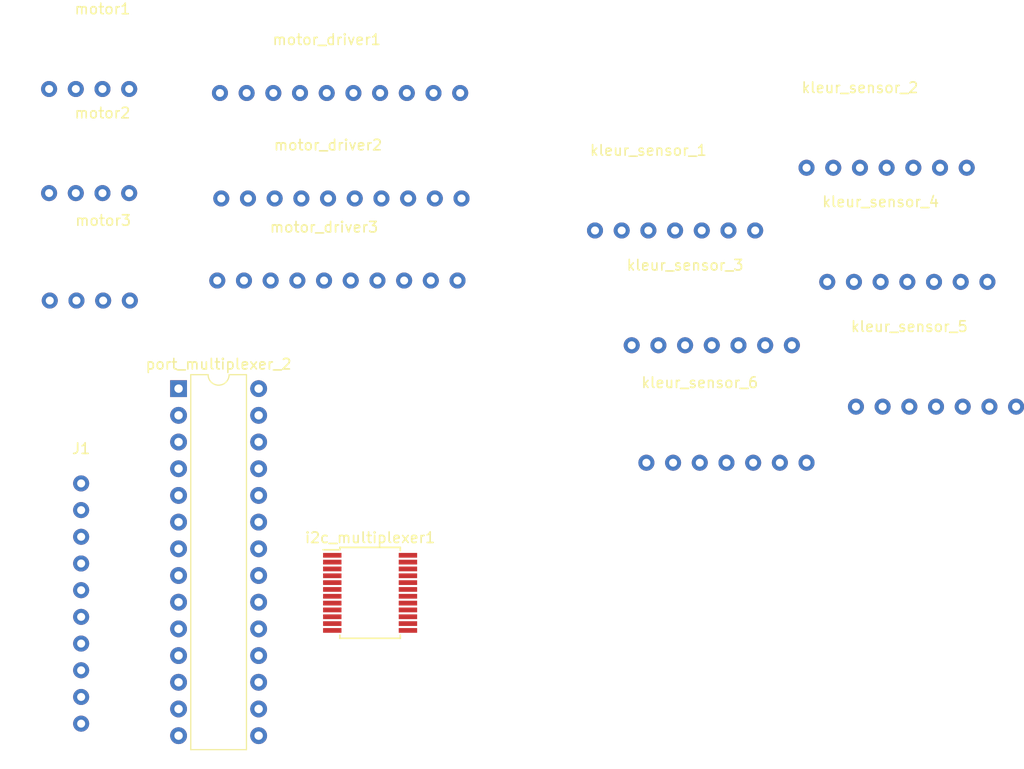
<source format=kicad_pcb>
(kicad_pcb (version 20171130) (host pcbnew 5.1.9+dfsg1-1+deb11u1)

  (general
    (thickness 1.6)
    (drawings 0)
    (tracks 0)
    (zones 0)
    (modules 15)
    (nets 64)
  )

  (page A4)
  (layers
    (0 F.Cu signal)
    (31 B.Cu signal)
    (32 B.Adhes user)
    (33 F.Adhes user)
    (34 B.Paste user)
    (35 F.Paste user)
    (36 B.SilkS user)
    (37 F.SilkS user)
    (38 B.Mask user)
    (39 F.Mask user)
    (40 Dwgs.User user)
    (41 Cmts.User user)
    (42 Eco1.User user)
    (43 Eco2.User user)
    (44 Edge.Cuts user)
    (45 Margin user)
    (46 B.CrtYd user)
    (47 F.CrtYd user)
    (48 B.Fab user)
    (49 F.Fab user)
  )

  (setup
    (last_trace_width 0.25)
    (trace_clearance 0.2)
    (zone_clearance 0.508)
    (zone_45_only no)
    (trace_min 0.2)
    (via_size 0.8)
    (via_drill 0.4)
    (via_min_size 0.4)
    (via_min_drill 0.3)
    (uvia_size 0.3)
    (uvia_drill 0.1)
    (uvias_allowed no)
    (uvia_min_size 0.2)
    (uvia_min_drill 0.1)
    (edge_width 0.05)
    (segment_width 0.2)
    (pcb_text_width 0.3)
    (pcb_text_size 1.5 1.5)
    (mod_edge_width 0.12)
    (mod_text_size 1 1)
    (mod_text_width 0.15)
    (pad_size 1.524 1.524)
    (pad_drill 0.762)
    (pad_to_mask_clearance 0)
    (aux_axis_origin 0 0)
    (visible_elements FFFFFF7F)
    (pcbplotparams
      (layerselection 0x010fc_ffffffff)
      (usegerberextensions false)
      (usegerberattributes true)
      (usegerberadvancedattributes true)
      (creategerberjobfile true)
      (excludeedgelayer true)
      (linewidth 0.100000)
      (plotframeref false)
      (viasonmask false)
      (mode 1)
      (useauxorigin false)
      (hpglpennumber 1)
      (hpglpenspeed 20)
      (hpglpendiameter 15.000000)
      (psnegative false)
      (psa4output false)
      (plotreference true)
      (plotvalue true)
      (plotinvisibletext false)
      (padsonsilk false)
      (subtractmaskfromsilk false)
      (outputformat 1)
      (mirror false)
      (drillshape 1)
      (scaleselection 1)
      (outputdirectory ""))
  )

  (net 0 "")
  (net 1 gnd)
  (net 2 3.3v)
  (net 3 5v)
  (net 4 sda)
  (net 5 scl)
  (net 6 "Net-(i2c_multiplexer1-Pad21)")
  (net 7 "Net-(i2c_multiplexer1-Pad20)")
  (net 8 "Net-(i2c_multiplexer1-Pad19)")
  (net 9 sc6)
  (net 10 sd6)
  (net 11 "Net-(i2c_multiplexer1-Pad16)")
  (net 12 "Net-(i2c_multiplexer1-Pad15)")
  (net 13 "Net-(i2c_multiplexer1-Pad14)")
  (net 14 "Net-(i2c_multiplexer1-Pad13)")
  (net 15 "Net-(i2c_multiplexer1-Pad11)")
  (net 16 "Net-(i2c_multiplexer1-Pad10)")
  (net 17 "Net-(i2c_multiplexer1-Pad9)")
  (net 18 "Net-(i2c_multiplexer1-Pad8)")
  (net 19 "Net-(i2c_multiplexer1-Pad7)")
  (net 20 "Net-(i2c_multiplexer1-Pad6)")
  (net 21 "Net-(i2c_multiplexer1-Pad5)")
  (net 22 "Net-(i2c_multiplexer1-Pad4)")
  (net 23 "Net-(i2c_multiplexer1-Pad3)")
  (net 24 "Net-(i2c_multiplexer1-Pad2)")
  (net 25 "Net-(i2c_multiplexer1-Pad1)")
  (net 26 "Net-(motor1-Pad3)")
  (net 27 "Net-(motor1-Pad2)")
  (net 28 "Net-(motor2-Pad3)")
  (net 29 "Net-(motor2-Pad2)")
  (net 30 B)
  (net 31 A)
  (net 32 "Net-(motor_driver1-Pad12)")
  (net 33 "Net-(motor_driver1-Pad13)")
  (net 34 "Net-(motor_driver1-Pad11)")
  (net 35 "Net-(motor_driver1-Pad10)")
  (net 36 "Net-(motor_driver1-Pad9)")
  (net 37 "Net-(motor_driver1-Pad8)")
  (net 38 "Net-(motor_driver1-Pad5)")
  (net 39 "Net-(motor_driver2-Pad12)")
  (net 40 "Net-(motor_driver2-Pad13)")
  (net 41 "Net-(motor_driver2-Pad11)")
  (net 42 "Net-(motor_driver2-Pad10)")
  (net 43 "Net-(motor_driver2-Pad9)")
  (net 44 "Net-(motor_driver2-Pad8)")
  (net 45 "Net-(motor_driver2-Pad5)")
  (net 46 "Net-(motor_driver3-Pad12)")
  (net 47 "Net-(motor_driver3-Pad13)")
  (net 48 "Net-(motor_driver3-Pad11)")
  (net 49 "Net-(motor_driver3-Pad10)")
  (net 50 "Net-(motor_driver3-Pad9)")
  (net 51 "Net-(motor_driver3-Pad8)")
  (net 52 "Net-(motor_driver3-Pad5)")
  (net 53 "Net-(port_multiplexer_2-Pad14)")
  (net 54 "Net-(port_multiplexer_2-Pad13)")
  (net 55 "Net-(port_multiplexer_2-Pad12)")
  (net 56 "Net-(port_multiplexer_2-Pad11)")
  (net 57 "Net-(port_multiplexer_2-Pad20)")
  (net 58 "Net-(port_multiplexer_2-Pad19)")
  (net 59 "Net-(port_multiplexer_2-Pad18)")
  (net 60 "Net-(port_multiplexer_2-Pad17)")
  (net 61 "Net-(port_multiplexer_2-Pad16)")
  (net 62 "Net-(port_multiplexer_2-Pad15)")
  (net 63 12v)

  (net_class Default "This is the default net class."
    (clearance 0.2)
    (trace_width 0.25)
    (via_dia 0.8)
    (via_drill 0.4)
    (uvia_dia 0.3)
    (uvia_drill 0.1)
    (add_net 12v)
    (add_net 3.3v)
    (add_net 5v)
    (add_net A)
    (add_net B)
    (add_net "Net-(i2c_multiplexer1-Pad1)")
    (add_net "Net-(i2c_multiplexer1-Pad10)")
    (add_net "Net-(i2c_multiplexer1-Pad11)")
    (add_net "Net-(i2c_multiplexer1-Pad13)")
    (add_net "Net-(i2c_multiplexer1-Pad14)")
    (add_net "Net-(i2c_multiplexer1-Pad15)")
    (add_net "Net-(i2c_multiplexer1-Pad16)")
    (add_net "Net-(i2c_multiplexer1-Pad19)")
    (add_net "Net-(i2c_multiplexer1-Pad2)")
    (add_net "Net-(i2c_multiplexer1-Pad20)")
    (add_net "Net-(i2c_multiplexer1-Pad21)")
    (add_net "Net-(i2c_multiplexer1-Pad3)")
    (add_net "Net-(i2c_multiplexer1-Pad4)")
    (add_net "Net-(i2c_multiplexer1-Pad5)")
    (add_net "Net-(i2c_multiplexer1-Pad6)")
    (add_net "Net-(i2c_multiplexer1-Pad7)")
    (add_net "Net-(i2c_multiplexer1-Pad8)")
    (add_net "Net-(i2c_multiplexer1-Pad9)")
    (add_net "Net-(motor1-Pad2)")
    (add_net "Net-(motor1-Pad3)")
    (add_net "Net-(motor2-Pad2)")
    (add_net "Net-(motor2-Pad3)")
    (add_net "Net-(motor_driver1-Pad10)")
    (add_net "Net-(motor_driver1-Pad11)")
    (add_net "Net-(motor_driver1-Pad12)")
    (add_net "Net-(motor_driver1-Pad13)")
    (add_net "Net-(motor_driver1-Pad5)")
    (add_net "Net-(motor_driver1-Pad8)")
    (add_net "Net-(motor_driver1-Pad9)")
    (add_net "Net-(motor_driver2-Pad10)")
    (add_net "Net-(motor_driver2-Pad11)")
    (add_net "Net-(motor_driver2-Pad12)")
    (add_net "Net-(motor_driver2-Pad13)")
    (add_net "Net-(motor_driver2-Pad5)")
    (add_net "Net-(motor_driver2-Pad8)")
    (add_net "Net-(motor_driver2-Pad9)")
    (add_net "Net-(motor_driver3-Pad10)")
    (add_net "Net-(motor_driver3-Pad11)")
    (add_net "Net-(motor_driver3-Pad12)")
    (add_net "Net-(motor_driver3-Pad13)")
    (add_net "Net-(motor_driver3-Pad5)")
    (add_net "Net-(motor_driver3-Pad8)")
    (add_net "Net-(motor_driver3-Pad9)")
    (add_net "Net-(port_multiplexer_2-Pad11)")
    (add_net "Net-(port_multiplexer_2-Pad12)")
    (add_net "Net-(port_multiplexer_2-Pad13)")
    (add_net "Net-(port_multiplexer_2-Pad14)")
    (add_net "Net-(port_multiplexer_2-Pad15)")
    (add_net "Net-(port_multiplexer_2-Pad16)")
    (add_net "Net-(port_multiplexer_2-Pad17)")
    (add_net "Net-(port_multiplexer_2-Pad18)")
    (add_net "Net-(port_multiplexer_2-Pad19)")
    (add_net "Net-(port_multiplexer_2-Pad20)")
    (add_net gnd)
    (add_net sc6)
    (add_net scl)
    (add_net sd6)
    (add_net sda)
  )

  (module Package_DIP:DIP-28_W7.62mm (layer F.Cu) (tedit 5A02E8C5) (tstamp 66663174)
    (at 89.7255 100.7745)
    (descr "28-lead though-hole mounted DIP package, row spacing 7.62 mm (300 mils)")
    (tags "THT DIP DIL PDIP 2.54mm 7.62mm 300mil")
    (path /663ADEC8)
    (fp_text reference port_multiplexer_2 (at 3.81 -2.33) (layer F.SilkS)
      (effects (font (size 1 1) (thickness 0.15)))
    )
    (fp_text value MCP23017_SP (at 3.81 35.35) (layer F.Fab)
      (effects (font (size 1 1) (thickness 0.15)))
    )
    (fp_text user %R (at 3.81 16.51) (layer F.Fab)
      (effects (font (size 1 1) (thickness 0.15)))
    )
    (fp_arc (start 3.81 -1.33) (end 2.81 -1.33) (angle -180) (layer F.SilkS) (width 0.12))
    (fp_line (start 1.635 -1.27) (end 6.985 -1.27) (layer F.Fab) (width 0.1))
    (fp_line (start 6.985 -1.27) (end 6.985 34.29) (layer F.Fab) (width 0.1))
    (fp_line (start 6.985 34.29) (end 0.635 34.29) (layer F.Fab) (width 0.1))
    (fp_line (start 0.635 34.29) (end 0.635 -0.27) (layer F.Fab) (width 0.1))
    (fp_line (start 0.635 -0.27) (end 1.635 -1.27) (layer F.Fab) (width 0.1))
    (fp_line (start 2.81 -1.33) (end 1.16 -1.33) (layer F.SilkS) (width 0.12))
    (fp_line (start 1.16 -1.33) (end 1.16 34.35) (layer F.SilkS) (width 0.12))
    (fp_line (start 1.16 34.35) (end 6.46 34.35) (layer F.SilkS) (width 0.12))
    (fp_line (start 6.46 34.35) (end 6.46 -1.33) (layer F.SilkS) (width 0.12))
    (fp_line (start 6.46 -1.33) (end 4.81 -1.33) (layer F.SilkS) (width 0.12))
    (fp_line (start -1.1 -1.55) (end -1.1 34.55) (layer F.CrtYd) (width 0.05))
    (fp_line (start -1.1 34.55) (end 8.7 34.55) (layer F.CrtYd) (width 0.05))
    (fp_line (start 8.7 34.55) (end 8.7 -1.55) (layer F.CrtYd) (width 0.05))
    (fp_line (start 8.7 -1.55) (end -1.1 -1.55) (layer F.CrtYd) (width 0.05))
    (pad 28 thru_hole oval (at 7.62 0) (size 1.6 1.6) (drill 0.8) (layers *.Cu *.Mask)
      (net 28 "Net-(motor2-Pad3)"))
    (pad 14 thru_hole oval (at 0 33.02) (size 1.6 1.6) (drill 0.8) (layers *.Cu *.Mask)
      (net 53 "Net-(port_multiplexer_2-Pad14)"))
    (pad 27 thru_hole oval (at 7.62 2.54) (size 1.6 1.6) (drill 0.8) (layers *.Cu *.Mask)
      (net 29 "Net-(motor2-Pad2)"))
    (pad 13 thru_hole oval (at 0 30.48) (size 1.6 1.6) (drill 0.8) (layers *.Cu *.Mask)
      (net 54 "Net-(port_multiplexer_2-Pad13)"))
    (pad 26 thru_hole oval (at 7.62 5.08) (size 1.6 1.6) (drill 0.8) (layers *.Cu *.Mask)
      (net 26 "Net-(motor1-Pad3)"))
    (pad 12 thru_hole oval (at 0 27.94) (size 1.6 1.6) (drill 0.8) (layers *.Cu *.Mask)
      (net 55 "Net-(port_multiplexer_2-Pad12)"))
    (pad 25 thru_hole oval (at 7.62 7.62) (size 1.6 1.6) (drill 0.8) (layers *.Cu *.Mask)
      (net 27 "Net-(motor1-Pad2)"))
    (pad 11 thru_hole oval (at 0 25.4) (size 1.6 1.6) (drill 0.8) (layers *.Cu *.Mask)
      (net 56 "Net-(port_multiplexer_2-Pad11)"))
    (pad 24 thru_hole oval (at 7.62 10.16) (size 1.6 1.6) (drill 0.8) (layers *.Cu *.Mask)
      (net 50 "Net-(motor_driver3-Pad9)"))
    (pad 10 thru_hole oval (at 0 22.86) (size 1.6 1.6) (drill 0.8) (layers *.Cu *.Mask)
      (net 1 gnd))
    (pad 23 thru_hole oval (at 7.62 12.7) (size 1.6 1.6) (drill 0.8) (layers *.Cu *.Mask)
      (net 49 "Net-(motor_driver3-Pad10)"))
    (pad 9 thru_hole oval (at 0 20.32) (size 1.6 1.6) (drill 0.8) (layers *.Cu *.Mask)
      (net 2 3.3v))
    (pad 22 thru_hole oval (at 7.62 15.24) (size 1.6 1.6) (drill 0.8) (layers *.Cu *.Mask)
      (net 48 "Net-(motor_driver3-Pad11)"))
    (pad 8 thru_hole oval (at 0 17.78) (size 1.6 1.6) (drill 0.8) (layers *.Cu *.Mask)
      (net 43 "Net-(motor_driver2-Pad9)"))
    (pad 21 thru_hole oval (at 7.62 17.78) (size 1.6 1.6) (drill 0.8) (layers *.Cu *.Mask)
      (net 46 "Net-(motor_driver3-Pad12)"))
    (pad 7 thru_hole oval (at 0 15.24) (size 1.6 1.6) (drill 0.8) (layers *.Cu *.Mask)
      (net 42 "Net-(motor_driver2-Pad10)"))
    (pad 20 thru_hole oval (at 7.62 20.32) (size 1.6 1.6) (drill 0.8) (layers *.Cu *.Mask)
      (net 57 "Net-(port_multiplexer_2-Pad20)"))
    (pad 6 thru_hole oval (at 0 12.7) (size 1.6 1.6) (drill 0.8) (layers *.Cu *.Mask)
      (net 41 "Net-(motor_driver2-Pad11)"))
    (pad 19 thru_hole oval (at 7.62 22.86) (size 1.6 1.6) (drill 0.8) (layers *.Cu *.Mask)
      (net 58 "Net-(port_multiplexer_2-Pad19)"))
    (pad 5 thru_hole oval (at 0 10.16) (size 1.6 1.6) (drill 0.8) (layers *.Cu *.Mask)
      (net 39 "Net-(motor_driver2-Pad12)"))
    (pad 18 thru_hole oval (at 7.62 25.4) (size 1.6 1.6) (drill 0.8) (layers *.Cu *.Mask)
      (net 59 "Net-(port_multiplexer_2-Pad18)"))
    (pad 4 thru_hole oval (at 0 7.62) (size 1.6 1.6) (drill 0.8) (layers *.Cu *.Mask)
      (net 36 "Net-(motor_driver1-Pad9)"))
    (pad 17 thru_hole oval (at 7.62 27.94) (size 1.6 1.6) (drill 0.8) (layers *.Cu *.Mask)
      (net 60 "Net-(port_multiplexer_2-Pad17)"))
    (pad 3 thru_hole oval (at 0 5.08) (size 1.6 1.6) (drill 0.8) (layers *.Cu *.Mask)
      (net 35 "Net-(motor_driver1-Pad10)"))
    (pad 16 thru_hole oval (at 7.62 30.48) (size 1.6 1.6) (drill 0.8) (layers *.Cu *.Mask)
      (net 61 "Net-(port_multiplexer_2-Pad16)"))
    (pad 2 thru_hole oval (at 0 2.54) (size 1.6 1.6) (drill 0.8) (layers *.Cu *.Mask)
      (net 34 "Net-(motor_driver1-Pad11)"))
    (pad 15 thru_hole oval (at 7.62 33.02) (size 1.6 1.6) (drill 0.8) (layers *.Cu *.Mask)
      (net 62 "Net-(port_multiplexer_2-Pad15)"))
    (pad 1 thru_hole rect (at 0 0) (size 1.6 1.6) (drill 0.8) (layers *.Cu *.Mask)
      (net 32 "Net-(motor_driver1-Pad12)"))
    (model ${KISYS3DMOD}/Package_DIP.3dshapes/DIP-28_W7.62mm.wrl
      (at (xyz 0 0 0))
      (scale (xyz 1 1 1))
      (rotate (xyz 0 0 0))
    )
  )

  (module custom:TB9051FTG (layer F.Cu) (tedit 6634D7B7) (tstamp 66663144)
    (at 103.5685 90.4875)
    (path /66365747)
    (fp_text reference motor_driver3 (at 0 -5.08) (layer F.SilkS)
      (effects (font (size 1 1) (thickness 0.15)))
    )
    (fp_text value TB9051FTG (at 0 -3.04) (layer F.Fab)
      (effects (font (size 1 1) (thickness 0.15)))
    )
    (pad 14 thru_hole circle (at 12.7 0) (size 1.524 1.524) (drill 0.762) (layers *.Cu *.Mask))
    (pad 12 thru_hole circle (at 7.62 0) (size 1.524 1.524) (drill 0.762) (layers *.Cu *.Mask)
      (net 46 "Net-(motor_driver3-Pad12)"))
    (pad 13 thru_hole circle (at 10.16 0) (size 1.524 1.524) (drill 0.762) (layers *.Cu *.Mask)
      (net 47 "Net-(motor_driver3-Pad13)"))
    (pad 11 thru_hole circle (at 5.08 0) (size 1.524 1.524) (drill 0.762) (layers *.Cu *.Mask)
      (net 48 "Net-(motor_driver3-Pad11)"))
    (pad 10 thru_hole circle (at 2.54 0) (size 1.524 1.524) (drill 0.762) (layers *.Cu *.Mask)
      (net 49 "Net-(motor_driver3-Pad10)"))
    (pad 9 thru_hole circle (at 0 0) (size 1.524 1.524) (drill 0.762) (layers *.Cu *.Mask)
      (net 50 "Net-(motor_driver3-Pad9)"))
    (pad 8 thru_hole circle (at -2.54 0) (size 1.524 1.524) (drill 0.762) (layers *.Cu *.Mask)
      (net 51 "Net-(motor_driver3-Pad8)"))
    (pad 7 thru_hole circle (at -5.08 0) (size 1.524 1.524) (drill 0.762) (layers *.Cu *.Mask)
      (net 2 3.3v))
    (pad 6 thru_hole circle (at -7.62 0) (size 1.524 1.524) (drill 0.762) (layers *.Cu *.Mask)
      (net 1 gnd))
    (pad 5 thru_hole circle (at -10.16 0) (size 1.524 1.524) (drill 0.762) (layers *.Cu *.Mask)
      (net 52 "Net-(motor_driver3-Pad5)"))
  )

  (module custom:TB9051FTG (layer F.Cu) (tedit 6634D7B7) (tstamp 66663136)
    (at 103.9495 82.677)
    (path /6636526D)
    (fp_text reference motor_driver2 (at 0 -5.08) (layer F.SilkS)
      (effects (font (size 1 1) (thickness 0.15)))
    )
    (fp_text value TB9051FTG (at 0 -3.04) (layer F.Fab)
      (effects (font (size 1 1) (thickness 0.15)))
    )
    (pad 14 thru_hole circle (at 12.7 0) (size 1.524 1.524) (drill 0.762) (layers *.Cu *.Mask))
    (pad 12 thru_hole circle (at 7.62 0) (size 1.524 1.524) (drill 0.762) (layers *.Cu *.Mask)
      (net 39 "Net-(motor_driver2-Pad12)"))
    (pad 13 thru_hole circle (at 10.16 0) (size 1.524 1.524) (drill 0.762) (layers *.Cu *.Mask)
      (net 40 "Net-(motor_driver2-Pad13)"))
    (pad 11 thru_hole circle (at 5.08 0) (size 1.524 1.524) (drill 0.762) (layers *.Cu *.Mask)
      (net 41 "Net-(motor_driver2-Pad11)"))
    (pad 10 thru_hole circle (at 2.54 0) (size 1.524 1.524) (drill 0.762) (layers *.Cu *.Mask)
      (net 42 "Net-(motor_driver2-Pad10)"))
    (pad 9 thru_hole circle (at 0 0) (size 1.524 1.524) (drill 0.762) (layers *.Cu *.Mask)
      (net 43 "Net-(motor_driver2-Pad9)"))
    (pad 8 thru_hole circle (at -2.54 0) (size 1.524 1.524) (drill 0.762) (layers *.Cu *.Mask)
      (net 44 "Net-(motor_driver2-Pad8)"))
    (pad 7 thru_hole circle (at -5.08 0) (size 1.524 1.524) (drill 0.762) (layers *.Cu *.Mask)
      (net 2 3.3v))
    (pad 6 thru_hole circle (at -7.62 0) (size 1.524 1.524) (drill 0.762) (layers *.Cu *.Mask)
      (net 1 gnd))
    (pad 5 thru_hole circle (at -10.16 0) (size 1.524 1.524) (drill 0.762) (layers *.Cu *.Mask)
      (net 45 "Net-(motor_driver2-Pad5)"))
  )

  (module custom:TB9051FTG (layer F.Cu) (tedit 6634D7B7) (tstamp 66663128)
    (at 103.8225 72.644)
    (path /66362316)
    (fp_text reference motor_driver1 (at 0 -5.08) (layer F.SilkS)
      (effects (font (size 1 1) (thickness 0.15)))
    )
    (fp_text value TB9051FTG (at 0 -3.04) (layer F.Fab)
      (effects (font (size 1 1) (thickness 0.15)))
    )
    (pad 14 thru_hole circle (at 12.7 0) (size 1.524 1.524) (drill 0.762) (layers *.Cu *.Mask))
    (pad 12 thru_hole circle (at 7.62 0) (size 1.524 1.524) (drill 0.762) (layers *.Cu *.Mask)
      (net 32 "Net-(motor_driver1-Pad12)"))
    (pad 13 thru_hole circle (at 10.16 0) (size 1.524 1.524) (drill 0.762) (layers *.Cu *.Mask)
      (net 33 "Net-(motor_driver1-Pad13)"))
    (pad 11 thru_hole circle (at 5.08 0) (size 1.524 1.524) (drill 0.762) (layers *.Cu *.Mask)
      (net 34 "Net-(motor_driver1-Pad11)"))
    (pad 10 thru_hole circle (at 2.54 0) (size 1.524 1.524) (drill 0.762) (layers *.Cu *.Mask)
      (net 35 "Net-(motor_driver1-Pad10)"))
    (pad 9 thru_hole circle (at 0 0) (size 1.524 1.524) (drill 0.762) (layers *.Cu *.Mask)
      (net 36 "Net-(motor_driver1-Pad9)"))
    (pad 8 thru_hole circle (at -2.54 0) (size 1.524 1.524) (drill 0.762) (layers *.Cu *.Mask)
      (net 37 "Net-(motor_driver1-Pad8)"))
    (pad 7 thru_hole circle (at -5.08 0) (size 1.524 1.524) (drill 0.762) (layers *.Cu *.Mask)
      (net 2 3.3v))
    (pad 6 thru_hole circle (at -7.62 0) (size 1.524 1.524) (drill 0.762) (layers *.Cu *.Mask)
      (net 1 gnd))
    (pad 5 thru_hole circle (at -10.16 0) (size 1.524 1.524) (drill 0.762) (layers *.Cu *.Mask)
      (net 38 "Net-(motor_driver1-Pad5)"))
  )

  (module custom:pololu_motor (layer F.Cu) (tedit 66336A28) (tstamp 6666311A)
    (at 82.55 92.3925)
    (path /663619F7)
    (fp_text reference motor3 (at 0 -7.62) (layer F.SilkS)
      (effects (font (size 1 1) (thickness 0.15)))
    )
    (fp_text value pololu_motor (at 0 -5.08) (layer F.Fab)
      (effects (font (size 1 1) (thickness 0.15)))
    )
    (pad 4 thru_hole circle (at 2.54 0) (size 1.524 1.524) (drill 0.762) (layers *.Cu *.Mask)
      (net 1 gnd))
    (pad 3 thru_hole circle (at 0 0) (size 1.524 1.524) (drill 0.762) (layers *.Cu *.Mask)
      (net 30 B))
    (pad 2 thru_hole circle (at -2.54 0) (size 1.524 1.524) (drill 0.762) (layers *.Cu *.Mask)
      (net 31 A))
    (pad 1 thru_hole circle (at -5.08 0) (size 1.524 1.524) (drill 0.762) (layers *.Cu *.Mask)
      (net 3 5v))
  )

  (module custom:pololu_motor (layer F.Cu) (tedit 66336A28) (tstamp 66663112)
    (at 82.4865 82.169)
    (path /66361689)
    (fp_text reference motor2 (at 0 -7.62) (layer F.SilkS)
      (effects (font (size 1 1) (thickness 0.15)))
    )
    (fp_text value pololu_motor (at 0 -5.08) (layer F.Fab)
      (effects (font (size 1 1) (thickness 0.15)))
    )
    (pad 4 thru_hole circle (at 2.54 0) (size 1.524 1.524) (drill 0.762) (layers *.Cu *.Mask)
      (net 1 gnd))
    (pad 3 thru_hole circle (at 0 0) (size 1.524 1.524) (drill 0.762) (layers *.Cu *.Mask)
      (net 28 "Net-(motor2-Pad3)"))
    (pad 2 thru_hole circle (at -2.54 0) (size 1.524 1.524) (drill 0.762) (layers *.Cu *.Mask)
      (net 29 "Net-(motor2-Pad2)"))
    (pad 1 thru_hole circle (at -5.08 0) (size 1.524 1.524) (drill 0.762) (layers *.Cu *.Mask)
      (net 3 5v))
  )

  (module custom:pololu_motor (layer F.Cu) (tedit 66336A28) (tstamp 6666310A)
    (at 82.4865 72.263)
    (path /66360D6F)
    (fp_text reference motor1 (at 0 -7.62) (layer F.SilkS)
      (effects (font (size 1 1) (thickness 0.15)))
    )
    (fp_text value pololu_motor (at 0 -5.08) (layer F.Fab)
      (effects (font (size 1 1) (thickness 0.15)))
    )
    (pad 4 thru_hole circle (at 2.54 0) (size 1.524 1.524) (drill 0.762) (layers *.Cu *.Mask)
      (net 1 gnd))
    (pad 3 thru_hole circle (at 0 0) (size 1.524 1.524) (drill 0.762) (layers *.Cu *.Mask)
      (net 26 "Net-(motor1-Pad3)"))
    (pad 2 thru_hole circle (at -2.54 0) (size 1.524 1.524) (drill 0.762) (layers *.Cu *.Mask)
      (net 27 "Net-(motor1-Pad2)"))
    (pad 1 thru_hole circle (at -5.08 0) (size 1.524 1.524) (drill 0.762) (layers *.Cu *.Mask)
      (net 3 5v))
  )

  (module custom:tcs3472 (layer F.Cu) (tedit 663363BC) (tstamp 66663102)
    (at 139.319 110.363)
    (path /6638E0F0)
    (fp_text reference kleur_sensor_6 (at 0 -10.16) (layer F.SilkS)
      (effects (font (size 1 1) (thickness 0.15)))
    )
    (fp_text value tcs3472_color_sensor (at 0 -7.62) (layer F.Fab)
      (effects (font (size 1 1) (thickness 0.15)))
    )
    (pad 7 thru_hole circle (at 10.16 -2.54) (size 1.524 1.524) (drill 0.762) (layers *.Cu *.Mask))
    (pad 6 thru_hole circle (at 7.62 -2.54) (size 1.524 1.524) (drill 0.762) (layers *.Cu *.Mask))
    (pad 0 thru_hole circle (at 5.08 -2.54) (size 1.524 1.524) (drill 0.762) (layers *.Cu *.Mask)
      (net 12 "Net-(i2c_multiplexer1-Pad15)"))
    (pad 1 thru_hole circle (at 2.54 -2.54) (size 1.524 1.524) (drill 0.762) (layers *.Cu *.Mask)
      (net 11 "Net-(i2c_multiplexer1-Pad16)"))
    (pad 2 thru_hole circle (at 0 -2.54) (size 1.524 1.524) (drill 0.762) (layers *.Cu *.Mask)
      (net 2 3.3v))
    (pad 3 thru_hole circle (at -2.54 -2.54) (size 1.524 1.524) (drill 0.762) (layers *.Cu *.Mask)
      (net 1 gnd))
    (pad 5 thru_hole circle (at -5.08 -2.54) (size 1.524 1.524) (drill 0.762) (layers *.Cu *.Mask))
  )

  (module custom:tcs3472 (layer F.Cu) (tedit 663363BC) (tstamp 666630F7)
    (at 159.258 105.029)
    (path /6638E0EA)
    (fp_text reference kleur_sensor_5 (at 0 -10.16) (layer F.SilkS)
      (effects (font (size 1 1) (thickness 0.15)))
    )
    (fp_text value tcs3472_color_sensor (at 0 -7.62) (layer F.Fab)
      (effects (font (size 1 1) (thickness 0.15)))
    )
    (pad 7 thru_hole circle (at 10.16 -2.54) (size 1.524 1.524) (drill 0.762) (layers *.Cu *.Mask))
    (pad 6 thru_hole circle (at 7.62 -2.54) (size 1.524 1.524) (drill 0.762) (layers *.Cu *.Mask))
    (pad 0 thru_hole circle (at 5.08 -2.54) (size 1.524 1.524) (drill 0.762) (layers *.Cu *.Mask)
      (net 14 "Net-(i2c_multiplexer1-Pad13)"))
    (pad 1 thru_hole circle (at 2.54 -2.54) (size 1.524 1.524) (drill 0.762) (layers *.Cu *.Mask)
      (net 13 "Net-(i2c_multiplexer1-Pad14)"))
    (pad 2 thru_hole circle (at 0 -2.54) (size 1.524 1.524) (drill 0.762) (layers *.Cu *.Mask)
      (net 2 3.3v))
    (pad 3 thru_hole circle (at -2.54 -2.54) (size 1.524 1.524) (drill 0.762) (layers *.Cu *.Mask)
      (net 1 gnd))
    (pad 5 thru_hole circle (at -5.08 -2.54) (size 1.524 1.524) (drill 0.762) (layers *.Cu *.Mask))
  )

  (module custom:tcs3472 (layer F.Cu) (tedit 663363BC) (tstamp 666630EC)
    (at 156.5275 93.1545)
    (path /6638E0E4)
    (fp_text reference kleur_sensor_4 (at 0 -10.16) (layer F.SilkS)
      (effects (font (size 1 1) (thickness 0.15)))
    )
    (fp_text value tcs3472_color_sensor (at 0 -7.62) (layer F.Fab)
      (effects (font (size 1 1) (thickness 0.15)))
    )
    (pad 7 thru_hole circle (at 10.16 -2.54) (size 1.524 1.524) (drill 0.762) (layers *.Cu *.Mask))
    (pad 6 thru_hole circle (at 7.62 -2.54) (size 1.524 1.524) (drill 0.762) (layers *.Cu *.Mask))
    (pad 0 thru_hole circle (at 5.08 -2.54) (size 1.524 1.524) (drill 0.762) (layers *.Cu *.Mask)
      (net 16 "Net-(i2c_multiplexer1-Pad10)"))
    (pad 1 thru_hole circle (at 2.54 -2.54) (size 1.524 1.524) (drill 0.762) (layers *.Cu *.Mask)
      (net 15 "Net-(i2c_multiplexer1-Pad11)"))
    (pad 2 thru_hole circle (at 0 -2.54) (size 1.524 1.524) (drill 0.762) (layers *.Cu *.Mask)
      (net 2 3.3v))
    (pad 3 thru_hole circle (at -2.54 -2.54) (size 1.524 1.524) (drill 0.762) (layers *.Cu *.Mask)
      (net 1 gnd))
    (pad 5 thru_hole circle (at -5.08 -2.54) (size 1.524 1.524) (drill 0.762) (layers *.Cu *.Mask))
  )

  (module custom:tcs3472 (layer F.Cu) (tedit 663363BC) (tstamp 666630E1)
    (at 137.922 99.187)
    (path /6638AC73)
    (fp_text reference kleur_sensor_3 (at 0 -10.16) (layer F.SilkS)
      (effects (font (size 1 1) (thickness 0.15)))
    )
    (fp_text value tcs3472_color_sensor (at 0 -7.62) (layer F.Fab)
      (effects (font (size 1 1) (thickness 0.15)))
    )
    (pad 7 thru_hole circle (at 10.16 -2.54) (size 1.524 1.524) (drill 0.762) (layers *.Cu *.Mask))
    (pad 6 thru_hole circle (at 7.62 -2.54) (size 1.524 1.524) (drill 0.762) (layers *.Cu *.Mask))
    (pad 0 thru_hole circle (at 5.08 -2.54) (size 1.524 1.524) (drill 0.762) (layers *.Cu *.Mask)
      (net 18 "Net-(i2c_multiplexer1-Pad8)"))
    (pad 1 thru_hole circle (at 2.54 -2.54) (size 1.524 1.524) (drill 0.762) (layers *.Cu *.Mask)
      (net 17 "Net-(i2c_multiplexer1-Pad9)"))
    (pad 2 thru_hole circle (at 0 -2.54) (size 1.524 1.524) (drill 0.762) (layers *.Cu *.Mask)
      (net 2 3.3v))
    (pad 3 thru_hole circle (at -2.54 -2.54) (size 1.524 1.524) (drill 0.762) (layers *.Cu *.Mask)
      (net 1 gnd))
    (pad 5 thru_hole circle (at -5.08 -2.54) (size 1.524 1.524) (drill 0.762) (layers *.Cu *.Mask))
  )

  (module custom:tcs3472 (layer F.Cu) (tedit 663363BC) (tstamp 666630D6)
    (at 154.559 82.296)
    (path /6638428B)
    (fp_text reference kleur_sensor_2 (at 0 -10.16) (layer F.SilkS)
      (effects (font (size 1 1) (thickness 0.15)))
    )
    (fp_text value tcs3472_color_sensor (at 0 -7.62) (layer F.Fab)
      (effects (font (size 1 1) (thickness 0.15)))
    )
    (pad 7 thru_hole circle (at 10.16 -2.54) (size 1.524 1.524) (drill 0.762) (layers *.Cu *.Mask))
    (pad 6 thru_hole circle (at 7.62 -2.54) (size 1.524 1.524) (drill 0.762) (layers *.Cu *.Mask))
    (pad 0 thru_hole circle (at 5.08 -2.54) (size 1.524 1.524) (drill 0.762) (layers *.Cu *.Mask)
      (net 20 "Net-(i2c_multiplexer1-Pad6)"))
    (pad 1 thru_hole circle (at 2.54 -2.54) (size 1.524 1.524) (drill 0.762) (layers *.Cu *.Mask)
      (net 19 "Net-(i2c_multiplexer1-Pad7)"))
    (pad 2 thru_hole circle (at 0 -2.54) (size 1.524 1.524) (drill 0.762) (layers *.Cu *.Mask)
      (net 2 3.3v))
    (pad 3 thru_hole circle (at -2.54 -2.54) (size 1.524 1.524) (drill 0.762) (layers *.Cu *.Mask)
      (net 1 gnd))
    (pad 5 thru_hole circle (at -5.08 -2.54) (size 1.524 1.524) (drill 0.762) (layers *.Cu *.Mask))
  )

  (module custom:tcs3472 (layer F.Cu) (tedit 663363BC) (tstamp 666630CB)
    (at 134.4295 88.265)
    (path /66382B7A)
    (fp_text reference kleur_sensor_1 (at 0 -10.16) (layer F.SilkS)
      (effects (font (size 1 1) (thickness 0.15)))
    )
    (fp_text value tcs3472_color_sensor (at 0 -7.62) (layer F.Fab)
      (effects (font (size 1 1) (thickness 0.15)))
    )
    (pad 7 thru_hole circle (at 10.16 -2.54) (size 1.524 1.524) (drill 0.762) (layers *.Cu *.Mask))
    (pad 6 thru_hole circle (at 7.62 -2.54) (size 1.524 1.524) (drill 0.762) (layers *.Cu *.Mask))
    (pad 0 thru_hole circle (at 5.08 -2.54) (size 1.524 1.524) (drill 0.762) (layers *.Cu *.Mask)
      (net 22 "Net-(i2c_multiplexer1-Pad4)"))
    (pad 1 thru_hole circle (at 2.54 -2.54) (size 1.524 1.524) (drill 0.762) (layers *.Cu *.Mask)
      (net 21 "Net-(i2c_multiplexer1-Pad5)"))
    (pad 2 thru_hole circle (at 0 -2.54) (size 1.524 1.524) (drill 0.762) (layers *.Cu *.Mask)
      (net 2 3.3v))
    (pad 3 thru_hole circle (at -2.54 -2.54) (size 1.524 1.524) (drill 0.762) (layers *.Cu *.Mask)
      (net 1 gnd))
    (pad 5 thru_hole circle (at -5.08 -2.54) (size 1.524 1.524) (drill 0.762) (layers *.Cu *.Mask))
  )

  (module custom:10x_conn (layer F.Cu) (tedit 6665CE1E) (tstamp 666630C0)
    (at 80.4545 112.3315)
    (path /66673A65)
    (fp_text reference J1 (at 0 -5.85) (layer F.SilkS)
      (effects (font (size 1 1) (thickness 0.15)))
    )
    (fp_text value Conn_01x10_Female (at 0 -6.85) (layer F.Fab)
      (effects (font (size 1 1) (thickness 0.15)))
    )
    (pad 2 thru_hole circle (at 0 0) (size 1.524 1.524) (drill 0.762) (layers *.Cu *.Mask)
      (net 1 gnd))
    (pad 10 thru_hole circle (at 0 20.32) (size 1.524 1.524) (drill 0.762) (layers *.Cu *.Mask)
      (net 30 B))
    (pad 9 thru_hole circle (at 0 17.78) (size 1.524 1.524) (drill 0.762) (layers *.Cu *.Mask)
      (net 31 A))
    (pad 8 thru_hole circle (at 0 15.24) (size 1.524 1.524) (drill 0.762) (layers *.Cu *.Mask)
      (net 2 3.3v))
    (pad 7 thru_hole circle (at 0 12.7) (size 1.524 1.524) (drill 0.762) (layers *.Cu *.Mask)
      (net 63 12v))
    (pad 6 thru_hole circle (at 0 10.16) (size 1.524 1.524) (drill 0.762) (layers *.Cu *.Mask)
      (net 9 sc6))
    (pad 5 thru_hole circle (at 0 7.62) (size 1.524 1.524) (drill 0.762) (layers *.Cu *.Mask)
      (net 10 sd6))
    (pad 4 thru_hole circle (at 0 5.08) (size 1.524 1.524) (drill 0.762) (layers *.Cu *.Mask)
      (net 4 sda))
    (pad 3 thru_hole circle (at 0 2.54) (size 1.524 1.524) (drill 0.762) (layers *.Cu *.Mask)
      (net 5 scl))
    (pad 1 thru_hole circle (at 0 -2.54) (size 1.524 1.524) (drill 0.762) (layers *.Cu *.Mask)
      (net 3 5v))
  )

  (module Package_SO:SSOP-24_5.3x8.2mm_P0.65mm (layer F.Cu) (tedit 5A02F25C) (tstamp 666630B2)
    (at 107.95 120.2055)
    (descr "24-Lead Plastic Shrink Small Outline (SS)-5.30 mm Body [SSOP] (see Microchip Packaging Specification 00000049BS.pdf)")
    (tags "SSOP 0.65")
    (path /663C2FAA)
    (attr smd)
    (fp_text reference i2c_multiplexer1 (at 0 -5.25) (layer F.SilkS)
      (effects (font (size 1 1) (thickness 0.15)))
    )
    (fp_text value PCA9548ADB (at 0 5.25) (layer F.Fab)
      (effects (font (size 1 1) (thickness 0.15)))
    )
    (fp_text user %R (at 0 0) (layer F.Fab)
      (effects (font (size 0.8 0.8) (thickness 0.15)))
    )
    (fp_line (start -1.65 -4.1) (end 2.65 -4.1) (layer F.Fab) (width 0.15))
    (fp_line (start 2.65 -4.1) (end 2.65 4.1) (layer F.Fab) (width 0.15))
    (fp_line (start 2.65 4.1) (end -2.65 4.1) (layer F.Fab) (width 0.15))
    (fp_line (start -2.65 4.1) (end -2.65 -3.1) (layer F.Fab) (width 0.15))
    (fp_line (start -2.65 -3.1) (end -1.65 -4.1) (layer F.Fab) (width 0.15))
    (fp_line (start -4.75 -4.5) (end -4.75 4.5) (layer F.CrtYd) (width 0.05))
    (fp_line (start 4.75 -4.5) (end 4.75 4.5) (layer F.CrtYd) (width 0.05))
    (fp_line (start -4.75 -4.5) (end 4.75 -4.5) (layer F.CrtYd) (width 0.05))
    (fp_line (start -4.75 4.5) (end 4.75 4.5) (layer F.CrtYd) (width 0.05))
    (fp_line (start -2.875 -4.325) (end -2.875 -4.1) (layer F.SilkS) (width 0.15))
    (fp_line (start 2.875 -4.325) (end 2.875 -4.025) (layer F.SilkS) (width 0.15))
    (fp_line (start 2.875 4.325) (end 2.875 4.025) (layer F.SilkS) (width 0.15))
    (fp_line (start -2.875 4.325) (end -2.875 4.025) (layer F.SilkS) (width 0.15))
    (fp_line (start -2.875 -4.325) (end 2.875 -4.325) (layer F.SilkS) (width 0.15))
    (fp_line (start -2.875 4.325) (end 2.875 4.325) (layer F.SilkS) (width 0.15))
    (fp_line (start -2.875 -4.1) (end -4.475 -4.1) (layer F.SilkS) (width 0.15))
    (pad 24 smd rect (at 3.6 -3.575) (size 1.75 0.45) (layers F.Cu F.Paste F.Mask)
      (net 2 3.3v))
    (pad 23 smd rect (at 3.6 -2.925) (size 1.75 0.45) (layers F.Cu F.Paste F.Mask)
      (net 4 sda))
    (pad 22 smd rect (at 3.6 -2.275) (size 1.75 0.45) (layers F.Cu F.Paste F.Mask)
      (net 5 scl))
    (pad 21 smd rect (at 3.6 -1.625) (size 1.75 0.45) (layers F.Cu F.Paste F.Mask)
      (net 6 "Net-(i2c_multiplexer1-Pad21)"))
    (pad 20 smd rect (at 3.6 -0.975) (size 1.75 0.45) (layers F.Cu F.Paste F.Mask)
      (net 7 "Net-(i2c_multiplexer1-Pad20)"))
    (pad 19 smd rect (at 3.6 -0.325) (size 1.75 0.45) (layers F.Cu F.Paste F.Mask)
      (net 8 "Net-(i2c_multiplexer1-Pad19)"))
    (pad 18 smd rect (at 3.6 0.325) (size 1.75 0.45) (layers F.Cu F.Paste F.Mask)
      (net 9 sc6))
    (pad 17 smd rect (at 3.6 0.975) (size 1.75 0.45) (layers F.Cu F.Paste F.Mask)
      (net 10 sd6))
    (pad 16 smd rect (at 3.6 1.625) (size 1.75 0.45) (layers F.Cu F.Paste F.Mask)
      (net 11 "Net-(i2c_multiplexer1-Pad16)"))
    (pad 15 smd rect (at 3.6 2.275) (size 1.75 0.45) (layers F.Cu F.Paste F.Mask)
      (net 12 "Net-(i2c_multiplexer1-Pad15)"))
    (pad 14 smd rect (at 3.6 2.925) (size 1.75 0.45) (layers F.Cu F.Paste F.Mask)
      (net 13 "Net-(i2c_multiplexer1-Pad14)"))
    (pad 13 smd rect (at 3.6 3.575) (size 1.75 0.45) (layers F.Cu F.Paste F.Mask)
      (net 14 "Net-(i2c_multiplexer1-Pad13)"))
    (pad 12 smd rect (at -3.6 3.575) (size 1.75 0.45) (layers F.Cu F.Paste F.Mask)
      (net 1 gnd))
    (pad 11 smd rect (at -3.6 2.925) (size 1.75 0.45) (layers F.Cu F.Paste F.Mask)
      (net 15 "Net-(i2c_multiplexer1-Pad11)"))
    (pad 10 smd rect (at -3.6 2.275) (size 1.75 0.45) (layers F.Cu F.Paste F.Mask)
      (net 16 "Net-(i2c_multiplexer1-Pad10)"))
    (pad 9 smd rect (at -3.6 1.625) (size 1.75 0.45) (layers F.Cu F.Paste F.Mask)
      (net 17 "Net-(i2c_multiplexer1-Pad9)"))
    (pad 8 smd rect (at -3.6 0.975) (size 1.75 0.45) (layers F.Cu F.Paste F.Mask)
      (net 18 "Net-(i2c_multiplexer1-Pad8)"))
    (pad 7 smd rect (at -3.6 0.325) (size 1.75 0.45) (layers F.Cu F.Paste F.Mask)
      (net 19 "Net-(i2c_multiplexer1-Pad7)"))
    (pad 6 smd rect (at -3.6 -0.325) (size 1.75 0.45) (layers F.Cu F.Paste F.Mask)
      (net 20 "Net-(i2c_multiplexer1-Pad6)"))
    (pad 5 smd rect (at -3.6 -0.975) (size 1.75 0.45) (layers F.Cu F.Paste F.Mask)
      (net 21 "Net-(i2c_multiplexer1-Pad5)"))
    (pad 4 smd rect (at -3.6 -1.625) (size 1.75 0.45) (layers F.Cu F.Paste F.Mask)
      (net 22 "Net-(i2c_multiplexer1-Pad4)"))
    (pad 3 smd rect (at -3.6 -2.275) (size 1.75 0.45) (layers F.Cu F.Paste F.Mask)
      (net 23 "Net-(i2c_multiplexer1-Pad3)"))
    (pad 2 smd rect (at -3.6 -2.925) (size 1.75 0.45) (layers F.Cu F.Paste F.Mask)
      (net 24 "Net-(i2c_multiplexer1-Pad2)"))
    (pad 1 smd rect (at -3.6 -3.575) (size 1.75 0.45) (layers F.Cu F.Paste F.Mask)
      (net 25 "Net-(i2c_multiplexer1-Pad1)"))
    (model ${KISYS3DMOD}/Package_SO.3dshapes/SSOP-24_5.3x8.2mm_P0.65mm.wrl
      (at (xyz 0 0 0))
      (scale (xyz 1 1 1))
      (rotate (xyz 0 0 0))
    )
  )

)

</source>
